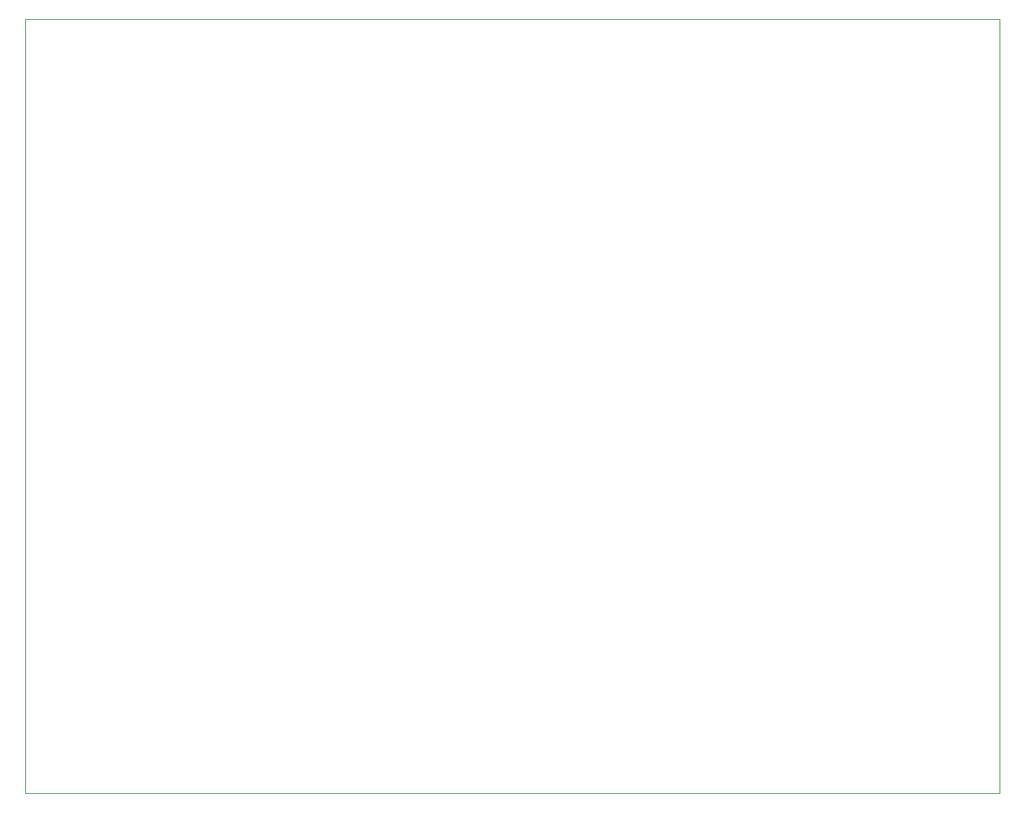
<source format=gbr>
%TF.GenerationSoftware,KiCad,Pcbnew,(6.0.7)*%
%TF.CreationDate,2022-11-27T12:28:35-05:00*%
%TF.ProjectId,double_layer_prototype,646f7562-6c65-45f6-9c61-7965725f7072,rev?*%
%TF.SameCoordinates,Original*%
%TF.FileFunction,Profile,NP*%
%FSLAX46Y46*%
G04 Gerber Fmt 4.6, Leading zero omitted, Abs format (unit mm)*
G04 Created by KiCad (PCBNEW (6.0.7)) date 2022-11-27 12:28:35*
%MOMM*%
%LPD*%
G01*
G04 APERTURE LIST*
%TA.AperFunction,Profile*%
%ADD10C,0.100000*%
%TD*%
G04 APERTURE END LIST*
D10*
X153035000Y-67564000D02*
X45059600Y-67564000D01*
X45059600Y-153289000D02*
X45059600Y-67564000D01*
X48641000Y-153314400D02*
X153035000Y-153314400D01*
X153035000Y-67945000D02*
X153035000Y-67564000D01*
X153035000Y-153289000D02*
X153035000Y-67945000D01*
X48641000Y-153289000D02*
X45059600Y-153289000D01*
M02*

</source>
